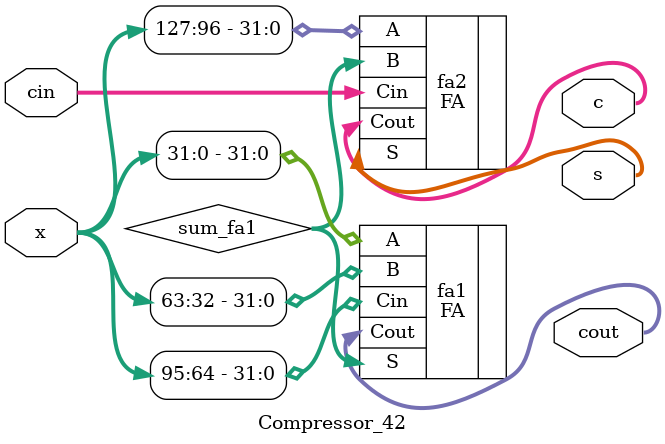
<source format=v>
module Compressor_42 (
	x,
	cin,
	cout,
	c,
	s
);
	input [127:0] x;
	input [31:0] cin;
	output wire [31:0] cout;
	output wire [31:0] c;
	output wire [31:0] s;
	wire [31:0] sum_fa1;
	FA #(.N(32)) fa1(
		.A(x[0+:32]),
		.B(x[32+:32]),
		.Cin(x[64+:32]),
		.S(sum_fa1),
		.Cout(cout)
	);
	FA #(.N(32)) fa2(
		.A(x[96+:32]),
		.B(sum_fa1),
		.Cin(cin),
		.S(s),
		.Cout(c)
	);
endmodule

</source>
